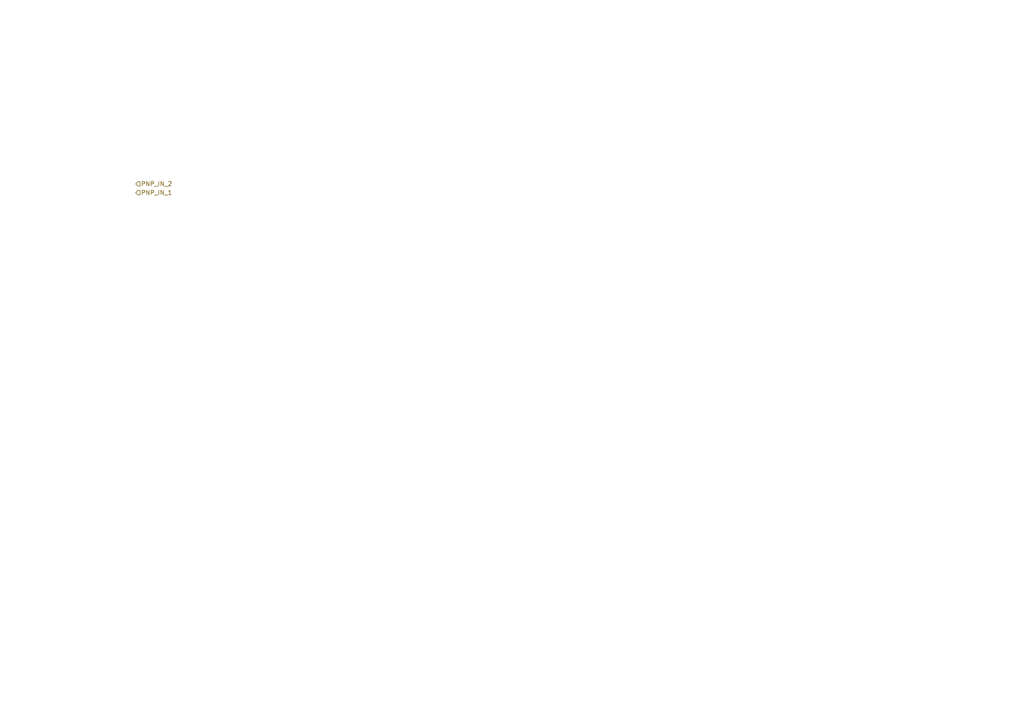
<source format=kicad_sch>
(kicad_sch
	(version 20250114)
	(generator "eeschema")
	(generator_version "9.0")
	(uuid "dda8723e-7c72-4340-8422-75d2df904d23")
	(paper "A4")
	(lib_symbols)
	(hierarchical_label "PNP_IN_2"
		(shape input)
		(at 39.37 53.34 0)
		(effects
			(font
				(size 1.27 1.27)
			)
			(justify left)
		)
		(uuid "51bff593-94ab-4894-a5be-997783368ddd")
	)
	(hierarchical_label "PNP_IN_1"
		(shape input)
		(at 39.37 55.88 0)
		(effects
			(font
				(size 1.27 1.27)
			)
			(justify left)
		)
		(uuid "9e755217-7f08-4c1d-8997-24ccfa262e6d")
	)
)

</source>
